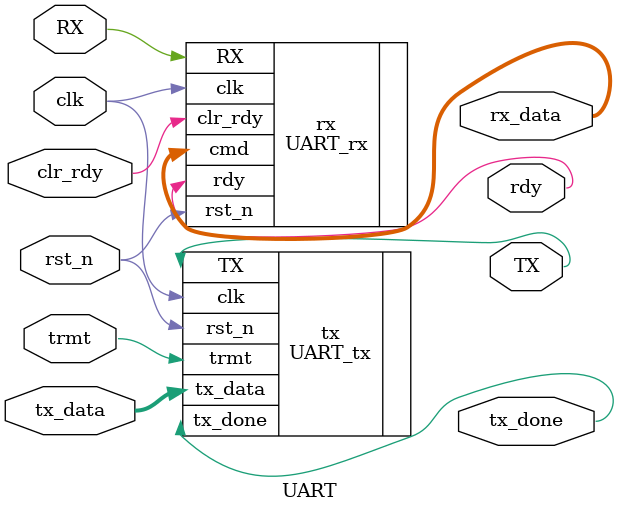
<source format=sv>
/**************************************************************************************************
	MODULE: UART
	PURPOSE:
	
	INPUTS:
	
	OUPUTS:
	
	INTERNAL:
**************************************************************************************************/
module UART(clk, rst_n, TX, RX, tx_data, trmt, clr_rdy, tx_done, rx_data, rdy);

input clk;
input rst_n;
input RX;
input [7:0]tx_data;
input clr_rdy;
input trmt;

output TX;
output tx_done;
output [7:0]rx_data;
output rdy;

UART_rx rx(.clk(clk), .rst_n(rst_n), .clr_rdy(clr_rdy), .RX(RX), .cmd(rx_data), .rdy(rdy));
UART_tx tx(.clk(clk), .rst_n(rst_n), .TX(TX), .trmt(trmt), .tx_data(tx_data), .tx_done(tx_done));

endmodule
</source>
